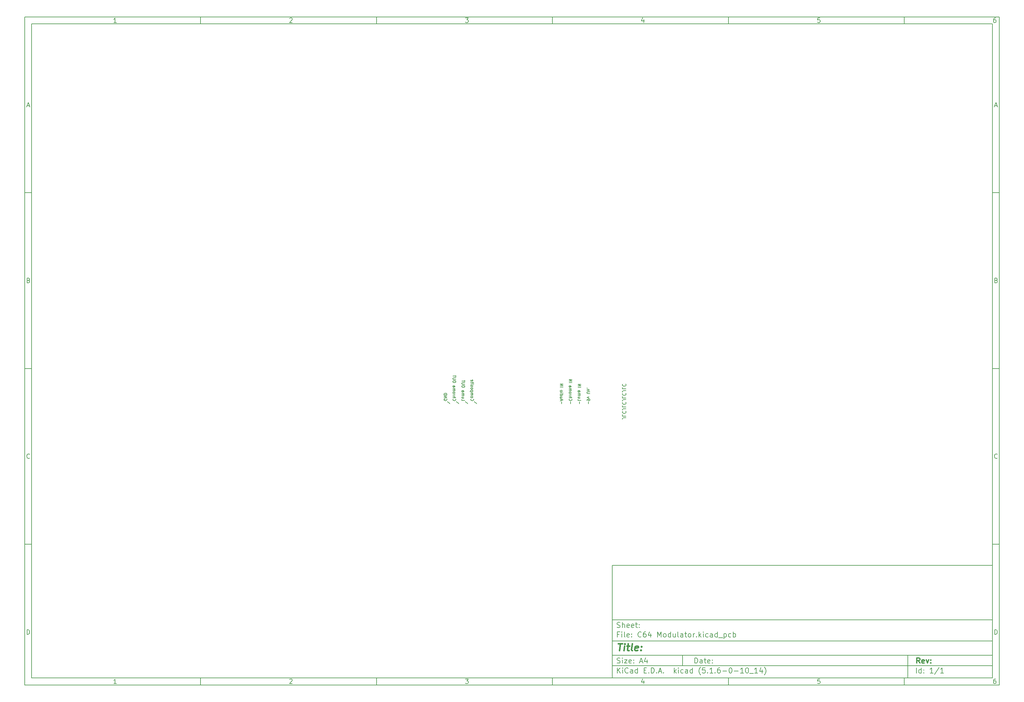
<source format=gbo>
%TF.GenerationSoftware,KiCad,Pcbnew,(5.1.6-0-10_14)*%
%TF.CreationDate,2020-09-29T03:50:34-04:00*%
%TF.ProjectId,C64 Modulator,43363420-4d6f-4647-956c-61746f722e6b,rev?*%
%TF.SameCoordinates,Original*%
%TF.FileFunction,Legend,Bot*%
%TF.FilePolarity,Positive*%
%FSLAX46Y46*%
G04 Gerber Fmt 4.6, Leading zero omitted, Abs format (unit mm)*
G04 Created by KiCad (PCBNEW (5.1.6-0-10_14)) date 2020-09-29 03:50:34*
%MOMM*%
%LPD*%
G01*
G04 APERTURE LIST*
%ADD10C,0.100000*%
%ADD11C,0.150000*%
%ADD12C,0.300000*%
%ADD13C,0.400000*%
%ADD14C,0.200000*%
G04 APERTURE END LIST*
D10*
D11*
X177002200Y-166007200D02*
X177002200Y-198007200D01*
X285002200Y-198007200D01*
X285002200Y-166007200D01*
X177002200Y-166007200D01*
D10*
D11*
X10000000Y-10000000D02*
X10000000Y-200007200D01*
X287002200Y-200007200D01*
X287002200Y-10000000D01*
X10000000Y-10000000D01*
D10*
D11*
X12000000Y-12000000D02*
X12000000Y-198007200D01*
X285002200Y-198007200D01*
X285002200Y-12000000D01*
X12000000Y-12000000D01*
D10*
D11*
X60000000Y-12000000D02*
X60000000Y-10000000D01*
D10*
D11*
X110000000Y-12000000D02*
X110000000Y-10000000D01*
D10*
D11*
X160000000Y-12000000D02*
X160000000Y-10000000D01*
D10*
D11*
X210000000Y-12000000D02*
X210000000Y-10000000D01*
D10*
D11*
X260000000Y-12000000D02*
X260000000Y-10000000D01*
D10*
D11*
X36065476Y-11588095D02*
X35322619Y-11588095D01*
X35694047Y-11588095D02*
X35694047Y-10288095D01*
X35570238Y-10473809D01*
X35446428Y-10597619D01*
X35322619Y-10659523D01*
D10*
D11*
X85322619Y-10411904D02*
X85384523Y-10350000D01*
X85508333Y-10288095D01*
X85817857Y-10288095D01*
X85941666Y-10350000D01*
X86003571Y-10411904D01*
X86065476Y-10535714D01*
X86065476Y-10659523D01*
X86003571Y-10845238D01*
X85260714Y-11588095D01*
X86065476Y-11588095D01*
D10*
D11*
X135260714Y-10288095D02*
X136065476Y-10288095D01*
X135632142Y-10783333D01*
X135817857Y-10783333D01*
X135941666Y-10845238D01*
X136003571Y-10907142D01*
X136065476Y-11030952D01*
X136065476Y-11340476D01*
X136003571Y-11464285D01*
X135941666Y-11526190D01*
X135817857Y-11588095D01*
X135446428Y-11588095D01*
X135322619Y-11526190D01*
X135260714Y-11464285D01*
D10*
D11*
X185941666Y-10721428D02*
X185941666Y-11588095D01*
X185632142Y-10226190D02*
X185322619Y-11154761D01*
X186127380Y-11154761D01*
D10*
D11*
X236003571Y-10288095D02*
X235384523Y-10288095D01*
X235322619Y-10907142D01*
X235384523Y-10845238D01*
X235508333Y-10783333D01*
X235817857Y-10783333D01*
X235941666Y-10845238D01*
X236003571Y-10907142D01*
X236065476Y-11030952D01*
X236065476Y-11340476D01*
X236003571Y-11464285D01*
X235941666Y-11526190D01*
X235817857Y-11588095D01*
X235508333Y-11588095D01*
X235384523Y-11526190D01*
X235322619Y-11464285D01*
D10*
D11*
X285941666Y-10288095D02*
X285694047Y-10288095D01*
X285570238Y-10350000D01*
X285508333Y-10411904D01*
X285384523Y-10597619D01*
X285322619Y-10845238D01*
X285322619Y-11340476D01*
X285384523Y-11464285D01*
X285446428Y-11526190D01*
X285570238Y-11588095D01*
X285817857Y-11588095D01*
X285941666Y-11526190D01*
X286003571Y-11464285D01*
X286065476Y-11340476D01*
X286065476Y-11030952D01*
X286003571Y-10907142D01*
X285941666Y-10845238D01*
X285817857Y-10783333D01*
X285570238Y-10783333D01*
X285446428Y-10845238D01*
X285384523Y-10907142D01*
X285322619Y-11030952D01*
D10*
D11*
X60000000Y-198007200D02*
X60000000Y-200007200D01*
D10*
D11*
X110000000Y-198007200D02*
X110000000Y-200007200D01*
D10*
D11*
X160000000Y-198007200D02*
X160000000Y-200007200D01*
D10*
D11*
X210000000Y-198007200D02*
X210000000Y-200007200D01*
D10*
D11*
X260000000Y-198007200D02*
X260000000Y-200007200D01*
D10*
D11*
X36065476Y-199595295D02*
X35322619Y-199595295D01*
X35694047Y-199595295D02*
X35694047Y-198295295D01*
X35570238Y-198481009D01*
X35446428Y-198604819D01*
X35322619Y-198666723D01*
D10*
D11*
X85322619Y-198419104D02*
X85384523Y-198357200D01*
X85508333Y-198295295D01*
X85817857Y-198295295D01*
X85941666Y-198357200D01*
X86003571Y-198419104D01*
X86065476Y-198542914D01*
X86065476Y-198666723D01*
X86003571Y-198852438D01*
X85260714Y-199595295D01*
X86065476Y-199595295D01*
D10*
D11*
X135260714Y-198295295D02*
X136065476Y-198295295D01*
X135632142Y-198790533D01*
X135817857Y-198790533D01*
X135941666Y-198852438D01*
X136003571Y-198914342D01*
X136065476Y-199038152D01*
X136065476Y-199347676D01*
X136003571Y-199471485D01*
X135941666Y-199533390D01*
X135817857Y-199595295D01*
X135446428Y-199595295D01*
X135322619Y-199533390D01*
X135260714Y-199471485D01*
D10*
D11*
X185941666Y-198728628D02*
X185941666Y-199595295D01*
X185632142Y-198233390D02*
X185322619Y-199161961D01*
X186127380Y-199161961D01*
D10*
D11*
X236003571Y-198295295D02*
X235384523Y-198295295D01*
X235322619Y-198914342D01*
X235384523Y-198852438D01*
X235508333Y-198790533D01*
X235817857Y-198790533D01*
X235941666Y-198852438D01*
X236003571Y-198914342D01*
X236065476Y-199038152D01*
X236065476Y-199347676D01*
X236003571Y-199471485D01*
X235941666Y-199533390D01*
X235817857Y-199595295D01*
X235508333Y-199595295D01*
X235384523Y-199533390D01*
X235322619Y-199471485D01*
D10*
D11*
X285941666Y-198295295D02*
X285694047Y-198295295D01*
X285570238Y-198357200D01*
X285508333Y-198419104D01*
X285384523Y-198604819D01*
X285322619Y-198852438D01*
X285322619Y-199347676D01*
X285384523Y-199471485D01*
X285446428Y-199533390D01*
X285570238Y-199595295D01*
X285817857Y-199595295D01*
X285941666Y-199533390D01*
X286003571Y-199471485D01*
X286065476Y-199347676D01*
X286065476Y-199038152D01*
X286003571Y-198914342D01*
X285941666Y-198852438D01*
X285817857Y-198790533D01*
X285570238Y-198790533D01*
X285446428Y-198852438D01*
X285384523Y-198914342D01*
X285322619Y-199038152D01*
D10*
D11*
X10000000Y-60000000D02*
X12000000Y-60000000D01*
D10*
D11*
X10000000Y-110000000D02*
X12000000Y-110000000D01*
D10*
D11*
X10000000Y-160000000D02*
X12000000Y-160000000D01*
D10*
D11*
X10690476Y-35216666D02*
X11309523Y-35216666D01*
X10566666Y-35588095D02*
X11000000Y-34288095D01*
X11433333Y-35588095D01*
D10*
D11*
X11092857Y-84907142D02*
X11278571Y-84969047D01*
X11340476Y-85030952D01*
X11402380Y-85154761D01*
X11402380Y-85340476D01*
X11340476Y-85464285D01*
X11278571Y-85526190D01*
X11154761Y-85588095D01*
X10659523Y-85588095D01*
X10659523Y-84288095D01*
X11092857Y-84288095D01*
X11216666Y-84350000D01*
X11278571Y-84411904D01*
X11340476Y-84535714D01*
X11340476Y-84659523D01*
X11278571Y-84783333D01*
X11216666Y-84845238D01*
X11092857Y-84907142D01*
X10659523Y-84907142D01*
D10*
D11*
X11402380Y-135464285D02*
X11340476Y-135526190D01*
X11154761Y-135588095D01*
X11030952Y-135588095D01*
X10845238Y-135526190D01*
X10721428Y-135402380D01*
X10659523Y-135278571D01*
X10597619Y-135030952D01*
X10597619Y-134845238D01*
X10659523Y-134597619D01*
X10721428Y-134473809D01*
X10845238Y-134350000D01*
X11030952Y-134288095D01*
X11154761Y-134288095D01*
X11340476Y-134350000D01*
X11402380Y-134411904D01*
D10*
D11*
X10659523Y-185588095D02*
X10659523Y-184288095D01*
X10969047Y-184288095D01*
X11154761Y-184350000D01*
X11278571Y-184473809D01*
X11340476Y-184597619D01*
X11402380Y-184845238D01*
X11402380Y-185030952D01*
X11340476Y-185278571D01*
X11278571Y-185402380D01*
X11154761Y-185526190D01*
X10969047Y-185588095D01*
X10659523Y-185588095D01*
D10*
D11*
X287002200Y-60000000D02*
X285002200Y-60000000D01*
D10*
D11*
X287002200Y-110000000D02*
X285002200Y-110000000D01*
D10*
D11*
X287002200Y-160000000D02*
X285002200Y-160000000D01*
D10*
D11*
X285692676Y-35216666D02*
X286311723Y-35216666D01*
X285568866Y-35588095D02*
X286002200Y-34288095D01*
X286435533Y-35588095D01*
D10*
D11*
X286095057Y-84907142D02*
X286280771Y-84969047D01*
X286342676Y-85030952D01*
X286404580Y-85154761D01*
X286404580Y-85340476D01*
X286342676Y-85464285D01*
X286280771Y-85526190D01*
X286156961Y-85588095D01*
X285661723Y-85588095D01*
X285661723Y-84288095D01*
X286095057Y-84288095D01*
X286218866Y-84350000D01*
X286280771Y-84411904D01*
X286342676Y-84535714D01*
X286342676Y-84659523D01*
X286280771Y-84783333D01*
X286218866Y-84845238D01*
X286095057Y-84907142D01*
X285661723Y-84907142D01*
D10*
D11*
X286404580Y-135464285D02*
X286342676Y-135526190D01*
X286156961Y-135588095D01*
X286033152Y-135588095D01*
X285847438Y-135526190D01*
X285723628Y-135402380D01*
X285661723Y-135278571D01*
X285599819Y-135030952D01*
X285599819Y-134845238D01*
X285661723Y-134597619D01*
X285723628Y-134473809D01*
X285847438Y-134350000D01*
X286033152Y-134288095D01*
X286156961Y-134288095D01*
X286342676Y-134350000D01*
X286404580Y-134411904D01*
D10*
D11*
X285661723Y-185588095D02*
X285661723Y-184288095D01*
X285971247Y-184288095D01*
X286156961Y-184350000D01*
X286280771Y-184473809D01*
X286342676Y-184597619D01*
X286404580Y-184845238D01*
X286404580Y-185030952D01*
X286342676Y-185278571D01*
X286280771Y-185402380D01*
X286156961Y-185526190D01*
X285971247Y-185588095D01*
X285661723Y-185588095D01*
D10*
D11*
X200434342Y-193785771D02*
X200434342Y-192285771D01*
X200791485Y-192285771D01*
X201005771Y-192357200D01*
X201148628Y-192500057D01*
X201220057Y-192642914D01*
X201291485Y-192928628D01*
X201291485Y-193142914D01*
X201220057Y-193428628D01*
X201148628Y-193571485D01*
X201005771Y-193714342D01*
X200791485Y-193785771D01*
X200434342Y-193785771D01*
X202577200Y-193785771D02*
X202577200Y-193000057D01*
X202505771Y-192857200D01*
X202362914Y-192785771D01*
X202077200Y-192785771D01*
X201934342Y-192857200D01*
X202577200Y-193714342D02*
X202434342Y-193785771D01*
X202077200Y-193785771D01*
X201934342Y-193714342D01*
X201862914Y-193571485D01*
X201862914Y-193428628D01*
X201934342Y-193285771D01*
X202077200Y-193214342D01*
X202434342Y-193214342D01*
X202577200Y-193142914D01*
X203077200Y-192785771D02*
X203648628Y-192785771D01*
X203291485Y-192285771D02*
X203291485Y-193571485D01*
X203362914Y-193714342D01*
X203505771Y-193785771D01*
X203648628Y-193785771D01*
X204720057Y-193714342D02*
X204577200Y-193785771D01*
X204291485Y-193785771D01*
X204148628Y-193714342D01*
X204077200Y-193571485D01*
X204077200Y-193000057D01*
X204148628Y-192857200D01*
X204291485Y-192785771D01*
X204577200Y-192785771D01*
X204720057Y-192857200D01*
X204791485Y-193000057D01*
X204791485Y-193142914D01*
X204077200Y-193285771D01*
X205434342Y-193642914D02*
X205505771Y-193714342D01*
X205434342Y-193785771D01*
X205362914Y-193714342D01*
X205434342Y-193642914D01*
X205434342Y-193785771D01*
X205434342Y-192857200D02*
X205505771Y-192928628D01*
X205434342Y-193000057D01*
X205362914Y-192928628D01*
X205434342Y-192857200D01*
X205434342Y-193000057D01*
D10*
D11*
X177002200Y-194507200D02*
X285002200Y-194507200D01*
D10*
D11*
X178434342Y-196585771D02*
X178434342Y-195085771D01*
X179291485Y-196585771D02*
X178648628Y-195728628D01*
X179291485Y-195085771D02*
X178434342Y-195942914D01*
X179934342Y-196585771D02*
X179934342Y-195585771D01*
X179934342Y-195085771D02*
X179862914Y-195157200D01*
X179934342Y-195228628D01*
X180005771Y-195157200D01*
X179934342Y-195085771D01*
X179934342Y-195228628D01*
X181505771Y-196442914D02*
X181434342Y-196514342D01*
X181220057Y-196585771D01*
X181077200Y-196585771D01*
X180862914Y-196514342D01*
X180720057Y-196371485D01*
X180648628Y-196228628D01*
X180577200Y-195942914D01*
X180577200Y-195728628D01*
X180648628Y-195442914D01*
X180720057Y-195300057D01*
X180862914Y-195157200D01*
X181077200Y-195085771D01*
X181220057Y-195085771D01*
X181434342Y-195157200D01*
X181505771Y-195228628D01*
X182791485Y-196585771D02*
X182791485Y-195800057D01*
X182720057Y-195657200D01*
X182577200Y-195585771D01*
X182291485Y-195585771D01*
X182148628Y-195657200D01*
X182791485Y-196514342D02*
X182648628Y-196585771D01*
X182291485Y-196585771D01*
X182148628Y-196514342D01*
X182077200Y-196371485D01*
X182077200Y-196228628D01*
X182148628Y-196085771D01*
X182291485Y-196014342D01*
X182648628Y-196014342D01*
X182791485Y-195942914D01*
X184148628Y-196585771D02*
X184148628Y-195085771D01*
X184148628Y-196514342D02*
X184005771Y-196585771D01*
X183720057Y-196585771D01*
X183577200Y-196514342D01*
X183505771Y-196442914D01*
X183434342Y-196300057D01*
X183434342Y-195871485D01*
X183505771Y-195728628D01*
X183577200Y-195657200D01*
X183720057Y-195585771D01*
X184005771Y-195585771D01*
X184148628Y-195657200D01*
X186005771Y-195800057D02*
X186505771Y-195800057D01*
X186720057Y-196585771D02*
X186005771Y-196585771D01*
X186005771Y-195085771D01*
X186720057Y-195085771D01*
X187362914Y-196442914D02*
X187434342Y-196514342D01*
X187362914Y-196585771D01*
X187291485Y-196514342D01*
X187362914Y-196442914D01*
X187362914Y-196585771D01*
X188077200Y-196585771D02*
X188077200Y-195085771D01*
X188434342Y-195085771D01*
X188648628Y-195157200D01*
X188791485Y-195300057D01*
X188862914Y-195442914D01*
X188934342Y-195728628D01*
X188934342Y-195942914D01*
X188862914Y-196228628D01*
X188791485Y-196371485D01*
X188648628Y-196514342D01*
X188434342Y-196585771D01*
X188077200Y-196585771D01*
X189577200Y-196442914D02*
X189648628Y-196514342D01*
X189577200Y-196585771D01*
X189505771Y-196514342D01*
X189577200Y-196442914D01*
X189577200Y-196585771D01*
X190220057Y-196157200D02*
X190934342Y-196157200D01*
X190077200Y-196585771D02*
X190577200Y-195085771D01*
X191077200Y-196585771D01*
X191577200Y-196442914D02*
X191648628Y-196514342D01*
X191577200Y-196585771D01*
X191505771Y-196514342D01*
X191577200Y-196442914D01*
X191577200Y-196585771D01*
X194577200Y-196585771D02*
X194577200Y-195085771D01*
X194720057Y-196014342D02*
X195148628Y-196585771D01*
X195148628Y-195585771D02*
X194577200Y-196157200D01*
X195791485Y-196585771D02*
X195791485Y-195585771D01*
X195791485Y-195085771D02*
X195720057Y-195157200D01*
X195791485Y-195228628D01*
X195862914Y-195157200D01*
X195791485Y-195085771D01*
X195791485Y-195228628D01*
X197148628Y-196514342D02*
X197005771Y-196585771D01*
X196720057Y-196585771D01*
X196577200Y-196514342D01*
X196505771Y-196442914D01*
X196434342Y-196300057D01*
X196434342Y-195871485D01*
X196505771Y-195728628D01*
X196577200Y-195657200D01*
X196720057Y-195585771D01*
X197005771Y-195585771D01*
X197148628Y-195657200D01*
X198434342Y-196585771D02*
X198434342Y-195800057D01*
X198362914Y-195657200D01*
X198220057Y-195585771D01*
X197934342Y-195585771D01*
X197791485Y-195657200D01*
X198434342Y-196514342D02*
X198291485Y-196585771D01*
X197934342Y-196585771D01*
X197791485Y-196514342D01*
X197720057Y-196371485D01*
X197720057Y-196228628D01*
X197791485Y-196085771D01*
X197934342Y-196014342D01*
X198291485Y-196014342D01*
X198434342Y-195942914D01*
X199791485Y-196585771D02*
X199791485Y-195085771D01*
X199791485Y-196514342D02*
X199648628Y-196585771D01*
X199362914Y-196585771D01*
X199220057Y-196514342D01*
X199148628Y-196442914D01*
X199077200Y-196300057D01*
X199077200Y-195871485D01*
X199148628Y-195728628D01*
X199220057Y-195657200D01*
X199362914Y-195585771D01*
X199648628Y-195585771D01*
X199791485Y-195657200D01*
X202077200Y-197157200D02*
X202005771Y-197085771D01*
X201862914Y-196871485D01*
X201791485Y-196728628D01*
X201720057Y-196514342D01*
X201648628Y-196157200D01*
X201648628Y-195871485D01*
X201720057Y-195514342D01*
X201791485Y-195300057D01*
X201862914Y-195157200D01*
X202005771Y-194942914D01*
X202077200Y-194871485D01*
X203362914Y-195085771D02*
X202648628Y-195085771D01*
X202577200Y-195800057D01*
X202648628Y-195728628D01*
X202791485Y-195657200D01*
X203148628Y-195657200D01*
X203291485Y-195728628D01*
X203362914Y-195800057D01*
X203434342Y-195942914D01*
X203434342Y-196300057D01*
X203362914Y-196442914D01*
X203291485Y-196514342D01*
X203148628Y-196585771D01*
X202791485Y-196585771D01*
X202648628Y-196514342D01*
X202577200Y-196442914D01*
X204077200Y-196442914D02*
X204148628Y-196514342D01*
X204077200Y-196585771D01*
X204005771Y-196514342D01*
X204077200Y-196442914D01*
X204077200Y-196585771D01*
X205577200Y-196585771D02*
X204720057Y-196585771D01*
X205148628Y-196585771D02*
X205148628Y-195085771D01*
X205005771Y-195300057D01*
X204862914Y-195442914D01*
X204720057Y-195514342D01*
X206220057Y-196442914D02*
X206291485Y-196514342D01*
X206220057Y-196585771D01*
X206148628Y-196514342D01*
X206220057Y-196442914D01*
X206220057Y-196585771D01*
X207577200Y-195085771D02*
X207291485Y-195085771D01*
X207148628Y-195157200D01*
X207077200Y-195228628D01*
X206934342Y-195442914D01*
X206862914Y-195728628D01*
X206862914Y-196300057D01*
X206934342Y-196442914D01*
X207005771Y-196514342D01*
X207148628Y-196585771D01*
X207434342Y-196585771D01*
X207577200Y-196514342D01*
X207648628Y-196442914D01*
X207720057Y-196300057D01*
X207720057Y-195942914D01*
X207648628Y-195800057D01*
X207577200Y-195728628D01*
X207434342Y-195657200D01*
X207148628Y-195657200D01*
X207005771Y-195728628D01*
X206934342Y-195800057D01*
X206862914Y-195942914D01*
X208362914Y-196014342D02*
X209505771Y-196014342D01*
X210505771Y-195085771D02*
X210648628Y-195085771D01*
X210791485Y-195157200D01*
X210862914Y-195228628D01*
X210934342Y-195371485D01*
X211005771Y-195657200D01*
X211005771Y-196014342D01*
X210934342Y-196300057D01*
X210862914Y-196442914D01*
X210791485Y-196514342D01*
X210648628Y-196585771D01*
X210505771Y-196585771D01*
X210362914Y-196514342D01*
X210291485Y-196442914D01*
X210220057Y-196300057D01*
X210148628Y-196014342D01*
X210148628Y-195657200D01*
X210220057Y-195371485D01*
X210291485Y-195228628D01*
X210362914Y-195157200D01*
X210505771Y-195085771D01*
X211648628Y-196014342D02*
X212791485Y-196014342D01*
X214291485Y-196585771D02*
X213434342Y-196585771D01*
X213862914Y-196585771D02*
X213862914Y-195085771D01*
X213720057Y-195300057D01*
X213577200Y-195442914D01*
X213434342Y-195514342D01*
X215220057Y-195085771D02*
X215362914Y-195085771D01*
X215505771Y-195157200D01*
X215577200Y-195228628D01*
X215648628Y-195371485D01*
X215720057Y-195657200D01*
X215720057Y-196014342D01*
X215648628Y-196300057D01*
X215577200Y-196442914D01*
X215505771Y-196514342D01*
X215362914Y-196585771D01*
X215220057Y-196585771D01*
X215077200Y-196514342D01*
X215005771Y-196442914D01*
X214934342Y-196300057D01*
X214862914Y-196014342D01*
X214862914Y-195657200D01*
X214934342Y-195371485D01*
X215005771Y-195228628D01*
X215077200Y-195157200D01*
X215220057Y-195085771D01*
X216005771Y-196728628D02*
X217148628Y-196728628D01*
X218291485Y-196585771D02*
X217434342Y-196585771D01*
X217862914Y-196585771D02*
X217862914Y-195085771D01*
X217720057Y-195300057D01*
X217577200Y-195442914D01*
X217434342Y-195514342D01*
X219577200Y-195585771D02*
X219577200Y-196585771D01*
X219220057Y-195014342D02*
X218862914Y-196085771D01*
X219791485Y-196085771D01*
X220220057Y-197157200D02*
X220291485Y-197085771D01*
X220434342Y-196871485D01*
X220505771Y-196728628D01*
X220577200Y-196514342D01*
X220648628Y-196157200D01*
X220648628Y-195871485D01*
X220577200Y-195514342D01*
X220505771Y-195300057D01*
X220434342Y-195157200D01*
X220291485Y-194942914D01*
X220220057Y-194871485D01*
D10*
D11*
X177002200Y-191507200D02*
X285002200Y-191507200D01*
D10*
D12*
X264411485Y-193785771D02*
X263911485Y-193071485D01*
X263554342Y-193785771D02*
X263554342Y-192285771D01*
X264125771Y-192285771D01*
X264268628Y-192357200D01*
X264340057Y-192428628D01*
X264411485Y-192571485D01*
X264411485Y-192785771D01*
X264340057Y-192928628D01*
X264268628Y-193000057D01*
X264125771Y-193071485D01*
X263554342Y-193071485D01*
X265625771Y-193714342D02*
X265482914Y-193785771D01*
X265197200Y-193785771D01*
X265054342Y-193714342D01*
X264982914Y-193571485D01*
X264982914Y-193000057D01*
X265054342Y-192857200D01*
X265197200Y-192785771D01*
X265482914Y-192785771D01*
X265625771Y-192857200D01*
X265697200Y-193000057D01*
X265697200Y-193142914D01*
X264982914Y-193285771D01*
X266197200Y-192785771D02*
X266554342Y-193785771D01*
X266911485Y-192785771D01*
X267482914Y-193642914D02*
X267554342Y-193714342D01*
X267482914Y-193785771D01*
X267411485Y-193714342D01*
X267482914Y-193642914D01*
X267482914Y-193785771D01*
X267482914Y-192857200D02*
X267554342Y-192928628D01*
X267482914Y-193000057D01*
X267411485Y-192928628D01*
X267482914Y-192857200D01*
X267482914Y-193000057D01*
D10*
D11*
X178362914Y-193714342D02*
X178577200Y-193785771D01*
X178934342Y-193785771D01*
X179077200Y-193714342D01*
X179148628Y-193642914D01*
X179220057Y-193500057D01*
X179220057Y-193357200D01*
X179148628Y-193214342D01*
X179077200Y-193142914D01*
X178934342Y-193071485D01*
X178648628Y-193000057D01*
X178505771Y-192928628D01*
X178434342Y-192857200D01*
X178362914Y-192714342D01*
X178362914Y-192571485D01*
X178434342Y-192428628D01*
X178505771Y-192357200D01*
X178648628Y-192285771D01*
X179005771Y-192285771D01*
X179220057Y-192357200D01*
X179862914Y-193785771D02*
X179862914Y-192785771D01*
X179862914Y-192285771D02*
X179791485Y-192357200D01*
X179862914Y-192428628D01*
X179934342Y-192357200D01*
X179862914Y-192285771D01*
X179862914Y-192428628D01*
X180434342Y-192785771D02*
X181220057Y-192785771D01*
X180434342Y-193785771D01*
X181220057Y-193785771D01*
X182362914Y-193714342D02*
X182220057Y-193785771D01*
X181934342Y-193785771D01*
X181791485Y-193714342D01*
X181720057Y-193571485D01*
X181720057Y-193000057D01*
X181791485Y-192857200D01*
X181934342Y-192785771D01*
X182220057Y-192785771D01*
X182362914Y-192857200D01*
X182434342Y-193000057D01*
X182434342Y-193142914D01*
X181720057Y-193285771D01*
X183077200Y-193642914D02*
X183148628Y-193714342D01*
X183077200Y-193785771D01*
X183005771Y-193714342D01*
X183077200Y-193642914D01*
X183077200Y-193785771D01*
X183077200Y-192857200D02*
X183148628Y-192928628D01*
X183077200Y-193000057D01*
X183005771Y-192928628D01*
X183077200Y-192857200D01*
X183077200Y-193000057D01*
X184862914Y-193357200D02*
X185577200Y-193357200D01*
X184720057Y-193785771D02*
X185220057Y-192285771D01*
X185720057Y-193785771D01*
X186862914Y-192785771D02*
X186862914Y-193785771D01*
X186505771Y-192214342D02*
X186148628Y-193285771D01*
X187077200Y-193285771D01*
D10*
D11*
X263434342Y-196585771D02*
X263434342Y-195085771D01*
X264791485Y-196585771D02*
X264791485Y-195085771D01*
X264791485Y-196514342D02*
X264648628Y-196585771D01*
X264362914Y-196585771D01*
X264220057Y-196514342D01*
X264148628Y-196442914D01*
X264077200Y-196300057D01*
X264077200Y-195871485D01*
X264148628Y-195728628D01*
X264220057Y-195657200D01*
X264362914Y-195585771D01*
X264648628Y-195585771D01*
X264791485Y-195657200D01*
X265505771Y-196442914D02*
X265577200Y-196514342D01*
X265505771Y-196585771D01*
X265434342Y-196514342D01*
X265505771Y-196442914D01*
X265505771Y-196585771D01*
X265505771Y-195657200D02*
X265577200Y-195728628D01*
X265505771Y-195800057D01*
X265434342Y-195728628D01*
X265505771Y-195657200D01*
X265505771Y-195800057D01*
X268148628Y-196585771D02*
X267291485Y-196585771D01*
X267720057Y-196585771D02*
X267720057Y-195085771D01*
X267577200Y-195300057D01*
X267434342Y-195442914D01*
X267291485Y-195514342D01*
X269862914Y-195014342D02*
X268577200Y-196942914D01*
X271148628Y-196585771D02*
X270291485Y-196585771D01*
X270720057Y-196585771D02*
X270720057Y-195085771D01*
X270577200Y-195300057D01*
X270434342Y-195442914D01*
X270291485Y-195514342D01*
D10*
D11*
X177002200Y-187507200D02*
X285002200Y-187507200D01*
D10*
D13*
X178714580Y-188211961D02*
X179857438Y-188211961D01*
X179036009Y-190211961D02*
X179286009Y-188211961D01*
X180274104Y-190211961D02*
X180440771Y-188878628D01*
X180524104Y-188211961D02*
X180416961Y-188307200D01*
X180500295Y-188402438D01*
X180607438Y-188307200D01*
X180524104Y-188211961D01*
X180500295Y-188402438D01*
X181107438Y-188878628D02*
X181869342Y-188878628D01*
X181476485Y-188211961D02*
X181262200Y-189926247D01*
X181333628Y-190116723D01*
X181512200Y-190211961D01*
X181702676Y-190211961D01*
X182655057Y-190211961D02*
X182476485Y-190116723D01*
X182405057Y-189926247D01*
X182619342Y-188211961D01*
X184190771Y-190116723D02*
X183988390Y-190211961D01*
X183607438Y-190211961D01*
X183428866Y-190116723D01*
X183357438Y-189926247D01*
X183452676Y-189164342D01*
X183571723Y-188973866D01*
X183774104Y-188878628D01*
X184155057Y-188878628D01*
X184333628Y-188973866D01*
X184405057Y-189164342D01*
X184381247Y-189354819D01*
X183405057Y-189545295D01*
X185155057Y-190021485D02*
X185238390Y-190116723D01*
X185131247Y-190211961D01*
X185047914Y-190116723D01*
X185155057Y-190021485D01*
X185131247Y-190211961D01*
X185286009Y-188973866D02*
X185369342Y-189069104D01*
X185262200Y-189164342D01*
X185178866Y-189069104D01*
X185286009Y-188973866D01*
X185262200Y-189164342D01*
D10*
D11*
X178934342Y-185600057D02*
X178434342Y-185600057D01*
X178434342Y-186385771D02*
X178434342Y-184885771D01*
X179148628Y-184885771D01*
X179720057Y-186385771D02*
X179720057Y-185385771D01*
X179720057Y-184885771D02*
X179648628Y-184957200D01*
X179720057Y-185028628D01*
X179791485Y-184957200D01*
X179720057Y-184885771D01*
X179720057Y-185028628D01*
X180648628Y-186385771D02*
X180505771Y-186314342D01*
X180434342Y-186171485D01*
X180434342Y-184885771D01*
X181791485Y-186314342D02*
X181648628Y-186385771D01*
X181362914Y-186385771D01*
X181220057Y-186314342D01*
X181148628Y-186171485D01*
X181148628Y-185600057D01*
X181220057Y-185457200D01*
X181362914Y-185385771D01*
X181648628Y-185385771D01*
X181791485Y-185457200D01*
X181862914Y-185600057D01*
X181862914Y-185742914D01*
X181148628Y-185885771D01*
X182505771Y-186242914D02*
X182577200Y-186314342D01*
X182505771Y-186385771D01*
X182434342Y-186314342D01*
X182505771Y-186242914D01*
X182505771Y-186385771D01*
X182505771Y-185457200D02*
X182577200Y-185528628D01*
X182505771Y-185600057D01*
X182434342Y-185528628D01*
X182505771Y-185457200D01*
X182505771Y-185600057D01*
X185220057Y-186242914D02*
X185148628Y-186314342D01*
X184934342Y-186385771D01*
X184791485Y-186385771D01*
X184577200Y-186314342D01*
X184434342Y-186171485D01*
X184362914Y-186028628D01*
X184291485Y-185742914D01*
X184291485Y-185528628D01*
X184362914Y-185242914D01*
X184434342Y-185100057D01*
X184577200Y-184957200D01*
X184791485Y-184885771D01*
X184934342Y-184885771D01*
X185148628Y-184957200D01*
X185220057Y-185028628D01*
X186505771Y-184885771D02*
X186220057Y-184885771D01*
X186077200Y-184957200D01*
X186005771Y-185028628D01*
X185862914Y-185242914D01*
X185791485Y-185528628D01*
X185791485Y-186100057D01*
X185862914Y-186242914D01*
X185934342Y-186314342D01*
X186077200Y-186385771D01*
X186362914Y-186385771D01*
X186505771Y-186314342D01*
X186577200Y-186242914D01*
X186648628Y-186100057D01*
X186648628Y-185742914D01*
X186577200Y-185600057D01*
X186505771Y-185528628D01*
X186362914Y-185457200D01*
X186077200Y-185457200D01*
X185934342Y-185528628D01*
X185862914Y-185600057D01*
X185791485Y-185742914D01*
X187934342Y-185385771D02*
X187934342Y-186385771D01*
X187577200Y-184814342D02*
X187220057Y-185885771D01*
X188148628Y-185885771D01*
X189862914Y-186385771D02*
X189862914Y-184885771D01*
X190362914Y-185957200D01*
X190862914Y-184885771D01*
X190862914Y-186385771D01*
X191791485Y-186385771D02*
X191648628Y-186314342D01*
X191577200Y-186242914D01*
X191505771Y-186100057D01*
X191505771Y-185671485D01*
X191577200Y-185528628D01*
X191648628Y-185457200D01*
X191791485Y-185385771D01*
X192005771Y-185385771D01*
X192148628Y-185457200D01*
X192220057Y-185528628D01*
X192291485Y-185671485D01*
X192291485Y-186100057D01*
X192220057Y-186242914D01*
X192148628Y-186314342D01*
X192005771Y-186385771D01*
X191791485Y-186385771D01*
X193577200Y-186385771D02*
X193577200Y-184885771D01*
X193577200Y-186314342D02*
X193434342Y-186385771D01*
X193148628Y-186385771D01*
X193005771Y-186314342D01*
X192934342Y-186242914D01*
X192862914Y-186100057D01*
X192862914Y-185671485D01*
X192934342Y-185528628D01*
X193005771Y-185457200D01*
X193148628Y-185385771D01*
X193434342Y-185385771D01*
X193577200Y-185457200D01*
X194934342Y-185385771D02*
X194934342Y-186385771D01*
X194291485Y-185385771D02*
X194291485Y-186171485D01*
X194362914Y-186314342D01*
X194505771Y-186385771D01*
X194720057Y-186385771D01*
X194862914Y-186314342D01*
X194934342Y-186242914D01*
X195862914Y-186385771D02*
X195720057Y-186314342D01*
X195648628Y-186171485D01*
X195648628Y-184885771D01*
X197077200Y-186385771D02*
X197077200Y-185600057D01*
X197005771Y-185457200D01*
X196862914Y-185385771D01*
X196577200Y-185385771D01*
X196434342Y-185457200D01*
X197077200Y-186314342D02*
X196934342Y-186385771D01*
X196577200Y-186385771D01*
X196434342Y-186314342D01*
X196362914Y-186171485D01*
X196362914Y-186028628D01*
X196434342Y-185885771D01*
X196577200Y-185814342D01*
X196934342Y-185814342D01*
X197077200Y-185742914D01*
X197577200Y-185385771D02*
X198148628Y-185385771D01*
X197791485Y-184885771D02*
X197791485Y-186171485D01*
X197862914Y-186314342D01*
X198005771Y-186385771D01*
X198148628Y-186385771D01*
X198862914Y-186385771D02*
X198720057Y-186314342D01*
X198648628Y-186242914D01*
X198577200Y-186100057D01*
X198577200Y-185671485D01*
X198648628Y-185528628D01*
X198720057Y-185457200D01*
X198862914Y-185385771D01*
X199077200Y-185385771D01*
X199220057Y-185457200D01*
X199291485Y-185528628D01*
X199362914Y-185671485D01*
X199362914Y-186100057D01*
X199291485Y-186242914D01*
X199220057Y-186314342D01*
X199077200Y-186385771D01*
X198862914Y-186385771D01*
X200005771Y-186385771D02*
X200005771Y-185385771D01*
X200005771Y-185671485D02*
X200077200Y-185528628D01*
X200148628Y-185457200D01*
X200291485Y-185385771D01*
X200434342Y-185385771D01*
X200934342Y-186242914D02*
X201005771Y-186314342D01*
X200934342Y-186385771D01*
X200862914Y-186314342D01*
X200934342Y-186242914D01*
X200934342Y-186385771D01*
X201648628Y-186385771D02*
X201648628Y-184885771D01*
X201791485Y-185814342D02*
X202220057Y-186385771D01*
X202220057Y-185385771D02*
X201648628Y-185957200D01*
X202862914Y-186385771D02*
X202862914Y-185385771D01*
X202862914Y-184885771D02*
X202791485Y-184957200D01*
X202862914Y-185028628D01*
X202934342Y-184957200D01*
X202862914Y-184885771D01*
X202862914Y-185028628D01*
X204220057Y-186314342D02*
X204077200Y-186385771D01*
X203791485Y-186385771D01*
X203648628Y-186314342D01*
X203577200Y-186242914D01*
X203505771Y-186100057D01*
X203505771Y-185671485D01*
X203577200Y-185528628D01*
X203648628Y-185457200D01*
X203791485Y-185385771D01*
X204077200Y-185385771D01*
X204220057Y-185457200D01*
X205505771Y-186385771D02*
X205505771Y-185600057D01*
X205434342Y-185457200D01*
X205291485Y-185385771D01*
X205005771Y-185385771D01*
X204862914Y-185457200D01*
X205505771Y-186314342D02*
X205362914Y-186385771D01*
X205005771Y-186385771D01*
X204862914Y-186314342D01*
X204791485Y-186171485D01*
X204791485Y-186028628D01*
X204862914Y-185885771D01*
X205005771Y-185814342D01*
X205362914Y-185814342D01*
X205505771Y-185742914D01*
X206862914Y-186385771D02*
X206862914Y-184885771D01*
X206862914Y-186314342D02*
X206720057Y-186385771D01*
X206434342Y-186385771D01*
X206291485Y-186314342D01*
X206220057Y-186242914D01*
X206148628Y-186100057D01*
X206148628Y-185671485D01*
X206220057Y-185528628D01*
X206291485Y-185457200D01*
X206434342Y-185385771D01*
X206720057Y-185385771D01*
X206862914Y-185457200D01*
X207220057Y-186528628D02*
X208362914Y-186528628D01*
X208720057Y-185385771D02*
X208720057Y-186885771D01*
X208720057Y-185457200D02*
X208862914Y-185385771D01*
X209148628Y-185385771D01*
X209291485Y-185457200D01*
X209362914Y-185528628D01*
X209434342Y-185671485D01*
X209434342Y-186100057D01*
X209362914Y-186242914D01*
X209291485Y-186314342D01*
X209148628Y-186385771D01*
X208862914Y-186385771D01*
X208720057Y-186314342D01*
X210720057Y-186314342D02*
X210577200Y-186385771D01*
X210291485Y-186385771D01*
X210148628Y-186314342D01*
X210077200Y-186242914D01*
X210005771Y-186100057D01*
X210005771Y-185671485D01*
X210077200Y-185528628D01*
X210148628Y-185457200D01*
X210291485Y-185385771D01*
X210577200Y-185385771D01*
X210720057Y-185457200D01*
X211362914Y-186385771D02*
X211362914Y-184885771D01*
X211362914Y-185457200D02*
X211505771Y-185385771D01*
X211791485Y-185385771D01*
X211934342Y-185457200D01*
X212005771Y-185528628D01*
X212077200Y-185671485D01*
X212077200Y-186100057D01*
X212005771Y-186242914D01*
X211934342Y-186314342D01*
X211791485Y-186385771D01*
X211505771Y-186385771D01*
X211362914Y-186314342D01*
D10*
D11*
X177002200Y-181507200D02*
X285002200Y-181507200D01*
D10*
D11*
X178362914Y-183614342D02*
X178577200Y-183685771D01*
X178934342Y-183685771D01*
X179077200Y-183614342D01*
X179148628Y-183542914D01*
X179220057Y-183400057D01*
X179220057Y-183257200D01*
X179148628Y-183114342D01*
X179077200Y-183042914D01*
X178934342Y-182971485D01*
X178648628Y-182900057D01*
X178505771Y-182828628D01*
X178434342Y-182757200D01*
X178362914Y-182614342D01*
X178362914Y-182471485D01*
X178434342Y-182328628D01*
X178505771Y-182257200D01*
X178648628Y-182185771D01*
X179005771Y-182185771D01*
X179220057Y-182257200D01*
X179862914Y-183685771D02*
X179862914Y-182185771D01*
X180505771Y-183685771D02*
X180505771Y-182900057D01*
X180434342Y-182757200D01*
X180291485Y-182685771D01*
X180077200Y-182685771D01*
X179934342Y-182757200D01*
X179862914Y-182828628D01*
X181791485Y-183614342D02*
X181648628Y-183685771D01*
X181362914Y-183685771D01*
X181220057Y-183614342D01*
X181148628Y-183471485D01*
X181148628Y-182900057D01*
X181220057Y-182757200D01*
X181362914Y-182685771D01*
X181648628Y-182685771D01*
X181791485Y-182757200D01*
X181862914Y-182900057D01*
X181862914Y-183042914D01*
X181148628Y-183185771D01*
X183077200Y-183614342D02*
X182934342Y-183685771D01*
X182648628Y-183685771D01*
X182505771Y-183614342D01*
X182434342Y-183471485D01*
X182434342Y-182900057D01*
X182505771Y-182757200D01*
X182648628Y-182685771D01*
X182934342Y-182685771D01*
X183077200Y-182757200D01*
X183148628Y-182900057D01*
X183148628Y-183042914D01*
X182434342Y-183185771D01*
X183577200Y-182685771D02*
X184148628Y-182685771D01*
X183791485Y-182185771D02*
X183791485Y-183471485D01*
X183862914Y-183614342D01*
X184005771Y-183685771D01*
X184148628Y-183685771D01*
X184648628Y-183542914D02*
X184720057Y-183614342D01*
X184648628Y-183685771D01*
X184577200Y-183614342D01*
X184648628Y-183542914D01*
X184648628Y-183685771D01*
X184648628Y-182757200D02*
X184720057Y-182828628D01*
X184648628Y-182900057D01*
X184577200Y-182828628D01*
X184648628Y-182757200D01*
X184648628Y-182900057D01*
D10*
D11*
X197002200Y-191507200D02*
X197002200Y-194507200D01*
D10*
D11*
X261002200Y-191507200D02*
X261002200Y-198007200D01*
X180887619Y-123999047D02*
X180173333Y-123999047D01*
X180030476Y-124046666D01*
X179935238Y-124141904D01*
X179887619Y-124284761D01*
X179887619Y-124380000D01*
X179887619Y-123046666D02*
X179887619Y-123522857D01*
X180887619Y-123522857D01*
X179982857Y-122141904D02*
X179935238Y-122189523D01*
X179887619Y-122332380D01*
X179887619Y-122427619D01*
X179935238Y-122570476D01*
X180030476Y-122665714D01*
X180125714Y-122713333D01*
X180316190Y-122760952D01*
X180459047Y-122760952D01*
X180649523Y-122713333D01*
X180744761Y-122665714D01*
X180840000Y-122570476D01*
X180887619Y-122427619D01*
X180887619Y-122332380D01*
X180840000Y-122189523D01*
X180792380Y-122141904D01*
X180887619Y-121427619D02*
X180173333Y-121427619D01*
X180030476Y-121475238D01*
X179935238Y-121570476D01*
X179887619Y-121713333D01*
X179887619Y-121808571D01*
X179887619Y-120475238D02*
X179887619Y-120951428D01*
X180887619Y-120951428D01*
X179982857Y-119570476D02*
X179935238Y-119618095D01*
X179887619Y-119760952D01*
X179887619Y-119856190D01*
X179935238Y-119999047D01*
X180030476Y-120094285D01*
X180125714Y-120141904D01*
X180316190Y-120189523D01*
X180459047Y-120189523D01*
X180649523Y-120141904D01*
X180744761Y-120094285D01*
X180840000Y-119999047D01*
X180887619Y-119856190D01*
X180887619Y-119760952D01*
X180840000Y-119618095D01*
X180792380Y-119570476D01*
X180887619Y-118856190D02*
X180173333Y-118856190D01*
X180030476Y-118903809D01*
X179935238Y-118999047D01*
X179887619Y-119141904D01*
X179887619Y-119237142D01*
X179887619Y-117903809D02*
X179887619Y-118380000D01*
X180887619Y-118380000D01*
X179982857Y-116999047D02*
X179935238Y-117046666D01*
X179887619Y-117189523D01*
X179887619Y-117284761D01*
X179935238Y-117427619D01*
X180030476Y-117522857D01*
X180125714Y-117570476D01*
X180316190Y-117618095D01*
X180459047Y-117618095D01*
X180649523Y-117570476D01*
X180744761Y-117522857D01*
X180840000Y-117427619D01*
X180887619Y-117284761D01*
X180887619Y-117189523D01*
X180840000Y-117046666D01*
X180792380Y-116999047D01*
X180887619Y-116284761D02*
X180173333Y-116284761D01*
X180030476Y-116332380D01*
X179935238Y-116427619D01*
X179887619Y-116570476D01*
X179887619Y-116665714D01*
X179887619Y-115332380D02*
X179887619Y-115808571D01*
X180887619Y-115808571D01*
X179982857Y-114427619D02*
X179935238Y-114475238D01*
X179887619Y-114618095D01*
X179887619Y-114713333D01*
X179935238Y-114856190D01*
X180030476Y-114951428D01*
X180125714Y-114999047D01*
X180316190Y-115046666D01*
X180459047Y-115046666D01*
X180649523Y-114999047D01*
X180744761Y-114951428D01*
X180840000Y-114856190D01*
X180887619Y-114713333D01*
X180887619Y-114618095D01*
X180840000Y-114475238D01*
X180792380Y-114427619D01*
D14*
X170180000Y-119380000D02*
X170180000Y-120015000D01*
X167640000Y-119380000D02*
X167640000Y-120015000D01*
X165100000Y-119380000D02*
X165100000Y-120015000D01*
X162560000Y-119380000D02*
X162560000Y-120015000D01*
X138430000Y-120015000D02*
X137795000Y-119380000D01*
X135890000Y-120015000D02*
X135255000Y-119380000D01*
X133350000Y-120015000D02*
X132715000Y-119380000D01*
X130810000Y-120015000D02*
X130175000Y-119380000D01*
D11*
X169818095Y-119053928D02*
X169818095Y-118901547D01*
X169856190Y-118825357D01*
X169894285Y-118787261D01*
X170008571Y-118711071D01*
X170160952Y-118672976D01*
X170465714Y-118672976D01*
X170541904Y-118711071D01*
X170580000Y-118749166D01*
X170618095Y-118825357D01*
X170618095Y-118977738D01*
X170580000Y-119053928D01*
X170541904Y-119092023D01*
X170465714Y-119130119D01*
X170275238Y-119130119D01*
X170199047Y-119092023D01*
X170160952Y-119053928D01*
X170122857Y-118977738D01*
X170122857Y-118825357D01*
X170160952Y-118749166D01*
X170199047Y-118711071D01*
X170275238Y-118672976D01*
X170351428Y-118406309D02*
X169818095Y-118215833D01*
X170351428Y-118025357D01*
X170618095Y-117111071D02*
X169970476Y-117111071D01*
X169894285Y-117072976D01*
X169856190Y-117034880D01*
X169818095Y-116958690D01*
X169818095Y-116806309D01*
X169856190Y-116730119D01*
X169894285Y-116692023D01*
X169970476Y-116653928D01*
X170618095Y-116653928D01*
X170351428Y-116272976D02*
X169818095Y-116272976D01*
X170275238Y-116272976D02*
X170313333Y-116234880D01*
X170351428Y-116158690D01*
X170351428Y-116044404D01*
X170313333Y-115968214D01*
X170237142Y-115930119D01*
X169818095Y-115930119D01*
X169894285Y-115549166D02*
X169856190Y-115511071D01*
X169818095Y-115549166D01*
X169856190Y-115587261D01*
X169894285Y-115549166D01*
X169818095Y-115549166D01*
X129940000Y-118672976D02*
X129978095Y-118749166D01*
X129978095Y-118863452D01*
X129940000Y-118977738D01*
X129863809Y-119053928D01*
X129787619Y-119092023D01*
X129635238Y-119130119D01*
X129520952Y-119130119D01*
X129368571Y-119092023D01*
X129292380Y-119053928D01*
X129216190Y-118977738D01*
X129178095Y-118863452D01*
X129178095Y-118787261D01*
X129216190Y-118672976D01*
X129254285Y-118634880D01*
X129520952Y-118634880D01*
X129520952Y-118787261D01*
X129178095Y-118292023D02*
X129978095Y-118292023D01*
X129178095Y-117834880D01*
X129978095Y-117834880D01*
X129178095Y-117453928D02*
X129978095Y-117453928D01*
X129978095Y-117263452D01*
X129940000Y-117149166D01*
X129863809Y-117072976D01*
X129787619Y-117034880D01*
X129635238Y-116996785D01*
X129520952Y-116996785D01*
X129368571Y-117034880D01*
X129292380Y-117072976D01*
X129216190Y-117149166D01*
X129178095Y-117263452D01*
X129178095Y-117453928D01*
X131794285Y-118634880D02*
X131756190Y-118672976D01*
X131718095Y-118787261D01*
X131718095Y-118863452D01*
X131756190Y-118977738D01*
X131832380Y-119053928D01*
X131908571Y-119092023D01*
X132060952Y-119130119D01*
X132175238Y-119130119D01*
X132327619Y-119092023D01*
X132403809Y-119053928D01*
X132480000Y-118977738D01*
X132518095Y-118863452D01*
X132518095Y-118787261D01*
X132480000Y-118672976D01*
X132441904Y-118634880D01*
X131718095Y-118292023D02*
X132518095Y-118292023D01*
X131718095Y-117949166D02*
X132137142Y-117949166D01*
X132213333Y-117987261D01*
X132251428Y-118063452D01*
X132251428Y-118177738D01*
X132213333Y-118253928D01*
X132175238Y-118292023D01*
X131718095Y-117568214D02*
X132251428Y-117568214D01*
X132099047Y-117568214D02*
X132175238Y-117530119D01*
X132213333Y-117492023D01*
X132251428Y-117415833D01*
X132251428Y-117339642D01*
X131718095Y-116958690D02*
X131756190Y-117034880D01*
X131794285Y-117072976D01*
X131870476Y-117111071D01*
X132099047Y-117111071D01*
X132175238Y-117072976D01*
X132213333Y-117034880D01*
X132251428Y-116958690D01*
X132251428Y-116844404D01*
X132213333Y-116768214D01*
X132175238Y-116730119D01*
X132099047Y-116692023D01*
X131870476Y-116692023D01*
X131794285Y-116730119D01*
X131756190Y-116768214D01*
X131718095Y-116844404D01*
X131718095Y-116958690D01*
X131718095Y-116349166D02*
X132251428Y-116349166D01*
X132175238Y-116349166D02*
X132213333Y-116311071D01*
X132251428Y-116234880D01*
X132251428Y-116120595D01*
X132213333Y-116044404D01*
X132137142Y-116006309D01*
X131718095Y-116006309D01*
X132137142Y-116006309D02*
X132213333Y-115968214D01*
X132251428Y-115892023D01*
X132251428Y-115777738D01*
X132213333Y-115701547D01*
X132137142Y-115663452D01*
X131718095Y-115663452D01*
X131718095Y-114939642D02*
X132137142Y-114939642D01*
X132213333Y-114977738D01*
X132251428Y-115053928D01*
X132251428Y-115206309D01*
X132213333Y-115282500D01*
X131756190Y-114939642D02*
X131718095Y-115015833D01*
X131718095Y-115206309D01*
X131756190Y-115282500D01*
X131832380Y-115320595D01*
X131908571Y-115320595D01*
X131984761Y-115282500D01*
X132022857Y-115206309D01*
X132022857Y-115015833D01*
X132060952Y-114939642D01*
X132518095Y-113796785D02*
X132518095Y-113644404D01*
X132480000Y-113568214D01*
X132403809Y-113492023D01*
X132251428Y-113453928D01*
X131984761Y-113453928D01*
X131832380Y-113492023D01*
X131756190Y-113568214D01*
X131718095Y-113644404D01*
X131718095Y-113796785D01*
X131756190Y-113872976D01*
X131832380Y-113949166D01*
X131984761Y-113987261D01*
X132251428Y-113987261D01*
X132403809Y-113949166D01*
X132480000Y-113872976D01*
X132518095Y-113796785D01*
X132518095Y-113111071D02*
X131870476Y-113111071D01*
X131794285Y-113072976D01*
X131756190Y-113034880D01*
X131718095Y-112958690D01*
X131718095Y-112806309D01*
X131756190Y-112730119D01*
X131794285Y-112692023D01*
X131870476Y-112653928D01*
X132518095Y-112653928D01*
X132518095Y-112387261D02*
X132518095Y-111930119D01*
X131718095Y-112158690D02*
X132518095Y-112158690D01*
X134258095Y-118711071D02*
X134258095Y-119092023D01*
X135058095Y-119092023D01*
X134791428Y-118101547D02*
X134258095Y-118101547D01*
X134791428Y-118444404D02*
X134372380Y-118444404D01*
X134296190Y-118406309D01*
X134258095Y-118330119D01*
X134258095Y-118215833D01*
X134296190Y-118139642D01*
X134334285Y-118101547D01*
X134258095Y-117720595D02*
X134791428Y-117720595D01*
X134715238Y-117720595D02*
X134753333Y-117682500D01*
X134791428Y-117606309D01*
X134791428Y-117492023D01*
X134753333Y-117415833D01*
X134677142Y-117377738D01*
X134258095Y-117377738D01*
X134677142Y-117377738D02*
X134753333Y-117339642D01*
X134791428Y-117263452D01*
X134791428Y-117149166D01*
X134753333Y-117072976D01*
X134677142Y-117034880D01*
X134258095Y-117034880D01*
X134258095Y-116311071D02*
X134677142Y-116311071D01*
X134753333Y-116349166D01*
X134791428Y-116425357D01*
X134791428Y-116577738D01*
X134753333Y-116653928D01*
X134296190Y-116311071D02*
X134258095Y-116387261D01*
X134258095Y-116577738D01*
X134296190Y-116653928D01*
X134372380Y-116692023D01*
X134448571Y-116692023D01*
X134524761Y-116653928D01*
X134562857Y-116577738D01*
X134562857Y-116387261D01*
X134600952Y-116311071D01*
X135058095Y-115168214D02*
X135058095Y-115015833D01*
X135020000Y-114939642D01*
X134943809Y-114863452D01*
X134791428Y-114825357D01*
X134524761Y-114825357D01*
X134372380Y-114863452D01*
X134296190Y-114939642D01*
X134258095Y-115015833D01*
X134258095Y-115168214D01*
X134296190Y-115244404D01*
X134372380Y-115320595D01*
X134524761Y-115358690D01*
X134791428Y-115358690D01*
X134943809Y-115320595D01*
X135020000Y-115244404D01*
X135058095Y-115168214D01*
X135058095Y-114482500D02*
X134410476Y-114482500D01*
X134334285Y-114444404D01*
X134296190Y-114406309D01*
X134258095Y-114330119D01*
X134258095Y-114177738D01*
X134296190Y-114101547D01*
X134334285Y-114063452D01*
X134410476Y-114025357D01*
X135058095Y-114025357D01*
X135058095Y-113758690D02*
X135058095Y-113301547D01*
X134258095Y-113530119D02*
X135058095Y-113530119D01*
X136874285Y-118634880D02*
X136836190Y-118672976D01*
X136798095Y-118787261D01*
X136798095Y-118863452D01*
X136836190Y-118977738D01*
X136912380Y-119053928D01*
X136988571Y-119092023D01*
X137140952Y-119130119D01*
X137255238Y-119130119D01*
X137407619Y-119092023D01*
X137483809Y-119053928D01*
X137560000Y-118977738D01*
X137598095Y-118863452D01*
X137598095Y-118787261D01*
X137560000Y-118672976D01*
X137521904Y-118634880D01*
X136798095Y-118177738D02*
X136836190Y-118253928D01*
X136874285Y-118292023D01*
X136950476Y-118330119D01*
X137179047Y-118330119D01*
X137255238Y-118292023D01*
X137293333Y-118253928D01*
X137331428Y-118177738D01*
X137331428Y-118063452D01*
X137293333Y-117987261D01*
X137255238Y-117949166D01*
X137179047Y-117911071D01*
X136950476Y-117911071D01*
X136874285Y-117949166D01*
X136836190Y-117987261D01*
X136798095Y-118063452D01*
X136798095Y-118177738D01*
X136798095Y-117568214D02*
X137331428Y-117568214D01*
X137255238Y-117568214D02*
X137293333Y-117530119D01*
X137331428Y-117453928D01*
X137331428Y-117339642D01*
X137293333Y-117263452D01*
X137217142Y-117225357D01*
X136798095Y-117225357D01*
X137217142Y-117225357D02*
X137293333Y-117187261D01*
X137331428Y-117111071D01*
X137331428Y-116996785D01*
X137293333Y-116920595D01*
X137217142Y-116882500D01*
X136798095Y-116882500D01*
X137331428Y-116501547D02*
X136531428Y-116501547D01*
X137293333Y-116501547D02*
X137331428Y-116425357D01*
X137331428Y-116272976D01*
X137293333Y-116196785D01*
X137255238Y-116158690D01*
X137179047Y-116120595D01*
X136950476Y-116120595D01*
X136874285Y-116158690D01*
X136836190Y-116196785D01*
X136798095Y-116272976D01*
X136798095Y-116425357D01*
X136836190Y-116501547D01*
X136798095Y-115663452D02*
X136836190Y-115739642D01*
X136874285Y-115777738D01*
X136950476Y-115815833D01*
X137179047Y-115815833D01*
X137255238Y-115777738D01*
X137293333Y-115739642D01*
X137331428Y-115663452D01*
X137331428Y-115549166D01*
X137293333Y-115472976D01*
X137255238Y-115434880D01*
X137179047Y-115396785D01*
X136950476Y-115396785D01*
X136874285Y-115434880D01*
X136836190Y-115472976D01*
X136798095Y-115549166D01*
X136798095Y-115663452D01*
X136836190Y-115092023D02*
X136798095Y-115015833D01*
X136798095Y-114863452D01*
X136836190Y-114787261D01*
X136912380Y-114749166D01*
X136950476Y-114749166D01*
X137026666Y-114787261D01*
X137064761Y-114863452D01*
X137064761Y-114977738D01*
X137102857Y-115053928D01*
X137179047Y-115092023D01*
X137217142Y-115092023D01*
X137293333Y-115053928D01*
X137331428Y-114977738D01*
X137331428Y-114863452D01*
X137293333Y-114787261D01*
X136798095Y-114406309D02*
X137331428Y-114406309D01*
X137598095Y-114406309D02*
X137560000Y-114444404D01*
X137521904Y-114406309D01*
X137560000Y-114368214D01*
X137598095Y-114406309D01*
X137521904Y-114406309D01*
X137331428Y-114139642D02*
X137331428Y-113834880D01*
X137598095Y-114025357D02*
X136912380Y-114025357D01*
X136836190Y-113987261D01*
X136798095Y-113911071D01*
X136798095Y-113834880D01*
X136836190Y-113263452D02*
X136798095Y-113339642D01*
X136798095Y-113492023D01*
X136836190Y-113568214D01*
X136912380Y-113606309D01*
X137217142Y-113606309D01*
X137293333Y-113568214D01*
X137331428Y-113492023D01*
X137331428Y-113339642D01*
X137293333Y-113263452D01*
X137217142Y-113225357D01*
X137140952Y-113225357D01*
X137064761Y-113606309D01*
X167278095Y-118711071D02*
X167278095Y-119092023D01*
X168078095Y-119092023D01*
X167811428Y-118101547D02*
X167278095Y-118101547D01*
X167811428Y-118444404D02*
X167392380Y-118444404D01*
X167316190Y-118406309D01*
X167278095Y-118330119D01*
X167278095Y-118215833D01*
X167316190Y-118139642D01*
X167354285Y-118101547D01*
X167278095Y-117720595D02*
X167811428Y-117720595D01*
X167735238Y-117720595D02*
X167773333Y-117682500D01*
X167811428Y-117606309D01*
X167811428Y-117492023D01*
X167773333Y-117415833D01*
X167697142Y-117377738D01*
X167278095Y-117377738D01*
X167697142Y-117377738D02*
X167773333Y-117339642D01*
X167811428Y-117263452D01*
X167811428Y-117149166D01*
X167773333Y-117072976D01*
X167697142Y-117034880D01*
X167278095Y-117034880D01*
X167278095Y-116311071D02*
X167697142Y-116311071D01*
X167773333Y-116349166D01*
X167811428Y-116425357D01*
X167811428Y-116577738D01*
X167773333Y-116653928D01*
X167316190Y-116311071D02*
X167278095Y-116387261D01*
X167278095Y-116577738D01*
X167316190Y-116653928D01*
X167392380Y-116692023D01*
X167468571Y-116692023D01*
X167544761Y-116653928D01*
X167582857Y-116577738D01*
X167582857Y-116387261D01*
X167620952Y-116311071D01*
X167278095Y-115320595D02*
X168078095Y-115320595D01*
X167278095Y-114939642D02*
X168078095Y-114939642D01*
X167278095Y-114482500D01*
X168078095Y-114482500D01*
X164814285Y-118634880D02*
X164776190Y-118672976D01*
X164738095Y-118787261D01*
X164738095Y-118863452D01*
X164776190Y-118977738D01*
X164852380Y-119053928D01*
X164928571Y-119092023D01*
X165080952Y-119130119D01*
X165195238Y-119130119D01*
X165347619Y-119092023D01*
X165423809Y-119053928D01*
X165500000Y-118977738D01*
X165538095Y-118863452D01*
X165538095Y-118787261D01*
X165500000Y-118672976D01*
X165461904Y-118634880D01*
X164738095Y-118292023D02*
X165538095Y-118292023D01*
X164738095Y-117949166D02*
X165157142Y-117949166D01*
X165233333Y-117987261D01*
X165271428Y-118063452D01*
X165271428Y-118177738D01*
X165233333Y-118253928D01*
X165195238Y-118292023D01*
X164738095Y-117568214D02*
X165271428Y-117568214D01*
X165119047Y-117568214D02*
X165195238Y-117530119D01*
X165233333Y-117492023D01*
X165271428Y-117415833D01*
X165271428Y-117339642D01*
X164738095Y-116958690D02*
X164776190Y-117034880D01*
X164814285Y-117072976D01*
X164890476Y-117111071D01*
X165119047Y-117111071D01*
X165195238Y-117072976D01*
X165233333Y-117034880D01*
X165271428Y-116958690D01*
X165271428Y-116844404D01*
X165233333Y-116768214D01*
X165195238Y-116730119D01*
X165119047Y-116692023D01*
X164890476Y-116692023D01*
X164814285Y-116730119D01*
X164776190Y-116768214D01*
X164738095Y-116844404D01*
X164738095Y-116958690D01*
X164738095Y-116349166D02*
X165271428Y-116349166D01*
X165195238Y-116349166D02*
X165233333Y-116311071D01*
X165271428Y-116234880D01*
X165271428Y-116120595D01*
X165233333Y-116044404D01*
X165157142Y-116006309D01*
X164738095Y-116006309D01*
X165157142Y-116006309D02*
X165233333Y-115968214D01*
X165271428Y-115892023D01*
X165271428Y-115777738D01*
X165233333Y-115701547D01*
X165157142Y-115663452D01*
X164738095Y-115663452D01*
X164738095Y-114939642D02*
X165157142Y-114939642D01*
X165233333Y-114977738D01*
X165271428Y-115053928D01*
X165271428Y-115206309D01*
X165233333Y-115282500D01*
X164776190Y-114939642D02*
X164738095Y-115015833D01*
X164738095Y-115206309D01*
X164776190Y-115282500D01*
X164852380Y-115320595D01*
X164928571Y-115320595D01*
X165004761Y-115282500D01*
X165042857Y-115206309D01*
X165042857Y-115015833D01*
X165080952Y-114939642D01*
X164738095Y-113949166D02*
X165538095Y-113949166D01*
X164738095Y-113568214D02*
X165538095Y-113568214D01*
X164738095Y-113111071D01*
X165538095Y-113111071D01*
X162426666Y-119130119D02*
X162426666Y-118749166D01*
X162198095Y-119206309D02*
X162998095Y-118939642D01*
X162198095Y-118672976D01*
X162731428Y-118063452D02*
X162198095Y-118063452D01*
X162731428Y-118406309D02*
X162312380Y-118406309D01*
X162236190Y-118368214D01*
X162198095Y-118292023D01*
X162198095Y-118177738D01*
X162236190Y-118101547D01*
X162274285Y-118063452D01*
X162198095Y-117339642D02*
X162998095Y-117339642D01*
X162236190Y-117339642D02*
X162198095Y-117415833D01*
X162198095Y-117568214D01*
X162236190Y-117644404D01*
X162274285Y-117682500D01*
X162350476Y-117720595D01*
X162579047Y-117720595D01*
X162655238Y-117682500D01*
X162693333Y-117644404D01*
X162731428Y-117568214D01*
X162731428Y-117415833D01*
X162693333Y-117339642D01*
X162198095Y-116958690D02*
X162731428Y-116958690D01*
X162998095Y-116958690D02*
X162960000Y-116996785D01*
X162921904Y-116958690D01*
X162960000Y-116920595D01*
X162998095Y-116958690D01*
X162921904Y-116958690D01*
X162198095Y-116463452D02*
X162236190Y-116539642D01*
X162274285Y-116577738D01*
X162350476Y-116615833D01*
X162579047Y-116615833D01*
X162655238Y-116577738D01*
X162693333Y-116539642D01*
X162731428Y-116463452D01*
X162731428Y-116349166D01*
X162693333Y-116272976D01*
X162655238Y-116234880D01*
X162579047Y-116196785D01*
X162350476Y-116196785D01*
X162274285Y-116234880D01*
X162236190Y-116272976D01*
X162198095Y-116349166D01*
X162198095Y-116463452D01*
X162198095Y-115244404D02*
X162998095Y-115244404D01*
X162198095Y-114863452D02*
X162998095Y-114863452D01*
X162198095Y-114406309D01*
X162998095Y-114406309D01*
M02*

</source>
